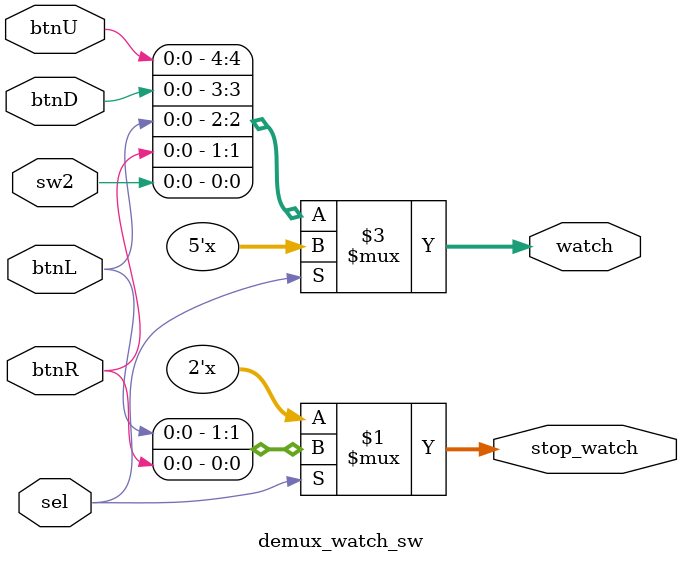
<source format=v>
`timescale 1ns / 1ps


module demux_watch_sw (
    input btnU,
    input btnD,
    input btnL,
    input btnR,
    input sw2,
    input sel,

    output [4:0] watch,
    output [1:0] stop_watch
);

    assign stop_watch = (sel) ? {btnL, btnR} : 2'bzz;
    assign watch = (!sel) ? {btnU, btnD, btnL, btnR, sw2} : 5'bzz_zzz;
    // always @(*) begin
    //     if (!sel) begin
    //         watch = {btnU, btnD, btnL, btnR, sw2, sw0};
    //         stop_watch = 2'bZZ;
    //     end else begin
    //         watch = 6'bZZ_ZZZZ;
    //         stop_watch = {btnL, btnR};
    //     end
    // end
endmodule

</source>
